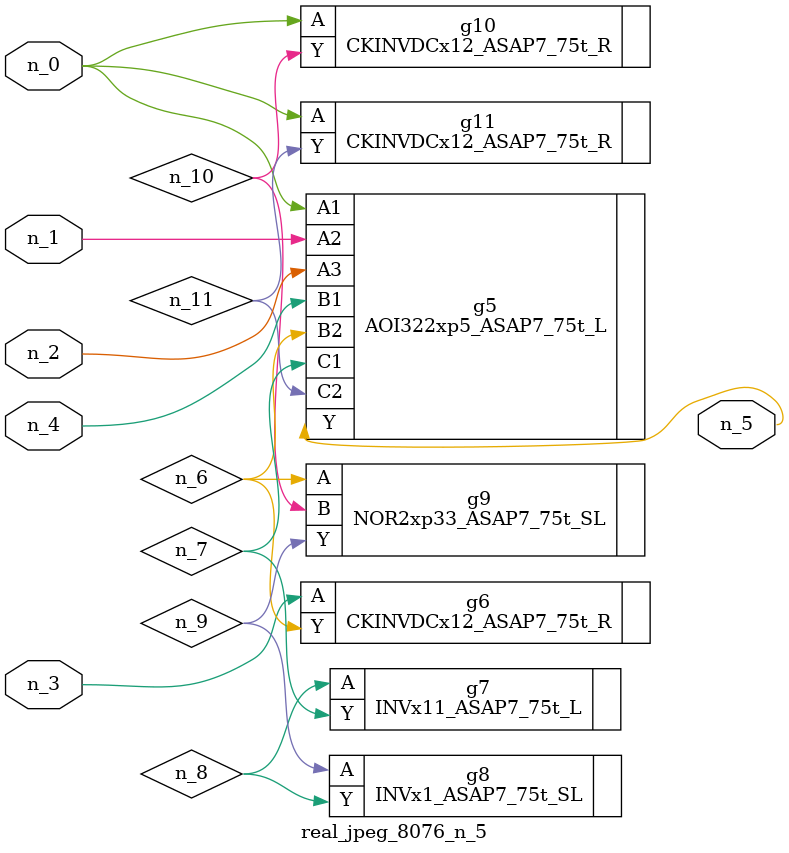
<source format=v>
module real_jpeg_8076_n_5 (n_4, n_0, n_1, n_2, n_3, n_5);

input n_4;
input n_0;
input n_1;
input n_2;
input n_3;

output n_5;

wire n_8;
wire n_11;
wire n_6;
wire n_7;
wire n_10;
wire n_9;

AOI322xp5_ASAP7_75t_L g5 ( 
.A1(n_0),
.A2(n_1),
.A3(n_2),
.B1(n_4),
.B2(n_6),
.C1(n_7),
.C2(n_11),
.Y(n_5)
);

CKINVDCx12_ASAP7_75t_R g10 ( 
.A(n_0),
.Y(n_10)
);

CKINVDCx12_ASAP7_75t_R g11 ( 
.A(n_0),
.Y(n_11)
);

CKINVDCx12_ASAP7_75t_R g6 ( 
.A(n_3),
.Y(n_6)
);

NOR2xp33_ASAP7_75t_SL g9 ( 
.A(n_6),
.B(n_10),
.Y(n_9)
);

INVx11_ASAP7_75t_L g7 ( 
.A(n_8),
.Y(n_7)
);

INVx1_ASAP7_75t_SL g8 ( 
.A(n_9),
.Y(n_8)
);


endmodule
</source>
